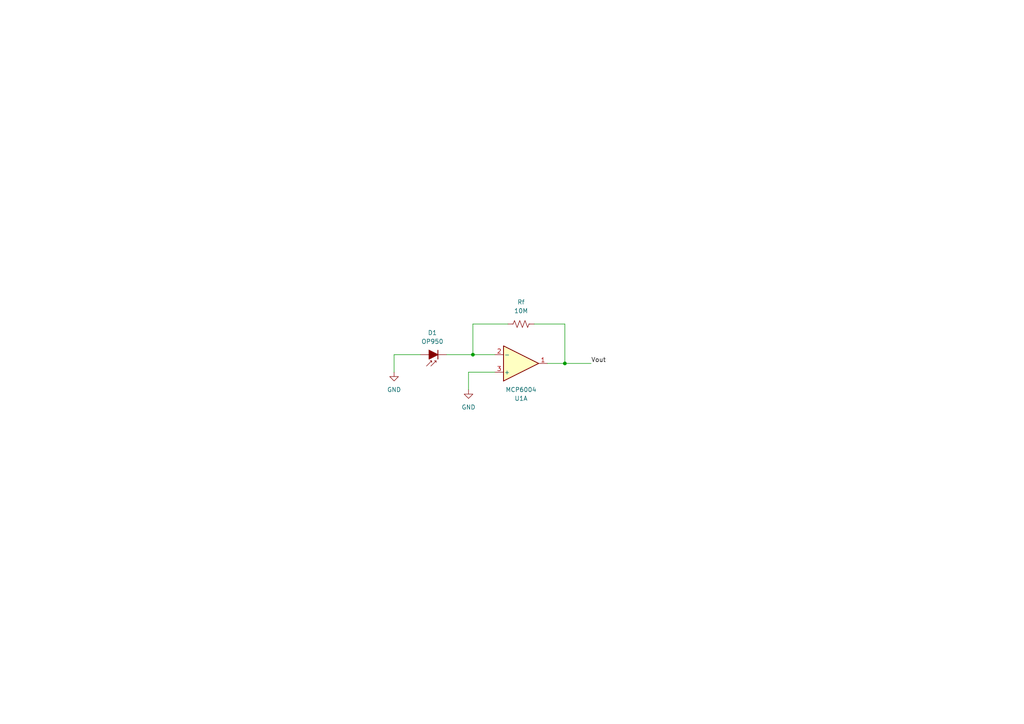
<source format=kicad_sch>
(kicad_sch (version 20230121) (generator eeschema)
  (paper "A4")
  (title_block (title "Trasimpedance Amplifier") (date "2024-02-06") (rev "1") (company "E80 Team 36"))
  (lib_symbols
    (symbol "Amplifier_Operational:MCP6004" (pin_names (offset 0.127))
      (property "Reference" "U" (at 0 5.08 0))
      (property "Value" "MCP6004" (at 0 -5.08 0))
      (symbol "MCP6004_1_1"
        (polyline (pts (xy -5.08 5.08) (xy 5.08 0) (xy -5.08 -5.08) (xy -5.08 5.08)) (stroke (width 0.254)) (fill (type background)))
        (pin output line (at 7.62 0 180) (length 2.54) (name "~") (number "1"))
        (pin input line (at -7.62 -2.54 0) (length 2.54) (name "-") (number "2"))
        (pin input line (at -7.62 2.54 0) (length 2.54) (name "+") (number "3"))
      )
      (symbol "MCP6004_2_1"
        (polyline (pts (xy -5.08 5.08) (xy 5.08 0) (xy -5.08 -5.08) (xy -5.08 5.08)) (stroke (width 0.254)) (fill (type background)))
        (pin input line (at -7.62 2.54 0) (length 2.54) (name "+") (number "5"))
        (pin input line (at -7.62 -2.54 0) (length 2.54) (name "-") (number "6"))
        (pin output line (at 7.62 0 180) (length 2.54) (name "~") (number "7"))
      )
      (symbol "MCP6004_3_1"
        (polyline (pts (xy -5.08 5.08) (xy 5.08 0) (xy -5.08 -5.08) (xy -5.08 5.08)) (stroke (width 0.254)) (fill (type background)))
        (pin input line (at -7.62 2.54 0) (length 2.54) (name "+") (number "10"))
        (pin output line (at 7.62 0 180) (length 2.54) (name "~") (number "8"))
        (pin input line (at -7.62 -2.54 0) (length 2.54) (name "-") (number "9"))
      )
      (symbol "MCP6004_4_1"
        (polyline (pts (xy -5.08 5.08) (xy 5.08 0) (xy -5.08 -5.08) (xy -5.08 5.08)) (stroke (width 0.254)) (fill (type background)))
        (pin input line (at -7.62 2.54 0) (length 2.54) (name "+") (number "12"))
        (pin input line (at -7.62 -2.54 0) (length 2.54) (name "-") (number "13"))
        (pin output line (at 7.62 0 180) (length 2.54) (name "~") (number "14"))
      )
      (symbol "MCP6004_5_1"
        (pin power_in line (at -2.54 -7.62 90) (length 3.81) (name "V-") (number "11"))
        (pin power_in line (at -2.54 7.62 270) (length 3.81) (name "V+") (number "4"))
      )
    )
    (symbol "Device:D_Photo_Filled" (pin_numbers hide) (pin_names hide)
      (property "Reference" "D" (at 0.508 1.778 0))
      (property "Value" "D_Photo_Filled" (at -1.016 -2.794 0))
      (symbol "D_Photo_Filled_0_1"
        (polyline (pts (xy -2.54 1.27) (xy -2.54 -1.27)) (stroke (width 0.254)))
        (polyline (pts (xy -2.032 1.778) (xy -1.524 1.778)))
        (polyline (pts (xy 0 0) (xy -2.54 0)))
        (polyline (pts (xy -0.508 3.302) (xy -2.032 1.778) (xy -2.032 2.286)))
        (polyline (pts (xy 0 -1.27) (xy 0 1.27) (xy -2.54 0) (xy 0 -1.27)) (stroke (width 0.254)) (fill (type outline)))
        (polyline (pts (xy 0.762 3.302) (xy -0.762 1.778) (xy -0.762 2.286) (xy -0.762 1.778) (xy -0.254 1.778)))
      )
      (symbol "D_Photo_Filled_1_1"
        (pin passive line (at -5.08 0 0) (length 2.54) (name "K") (number "1"))
        (pin passive line (at 2.54 0 180) (length 2.54) (name "A") (number "2"))
      )
    )
    (symbol "Device:R_US" (pin_numbers hide) (pin_names (offset 0))
      (property "Reference" "R" (at 2.54 0 90))
      (property "Value" "R_US" (at -2.54 0 90))
      (symbol "R_US_0_1"
        (polyline (pts (xy 0 -2.286) (xy 0 -2.54)))
        (polyline (pts (xy 0 2.286) (xy 0 2.54)))
        (polyline (pts (xy 0 -0.762) (xy 1.016 -1.143) (xy 0 -1.524) (xy -1.016 -1.905) (xy 0 -2.286)))
        (polyline (pts (xy 0 0.762) (xy 1.016 0.381) (xy 0 0) (xy -1.016 -0.381) (xy 0 -0.762)))
        (polyline (pts (xy 0 2.286) (xy 1.016 1.905) (xy 0 1.524) (xy -1.016 1.143) (xy 0 0.762)))
      )
      (symbol "R_US_1_1"
        (pin passive line (at 0 3.81 270) (length 1.27) (name "~") (number "1"))
        (pin passive line (at 0 -3.81 90) (length 1.27) (name "~") (number "2"))
      )
    )
    (symbol "power:GND" (power) (pin_names (offset 0))
      (property "Value" "GND" (at 0 -3.81 0))
      (symbol "GND_0_1"
        (polyline (pts (xy 0 0) (xy 0 -1.27) (xy 1.27 -1.27) (xy 0 -2.54) (xy -1.27 -1.27) (xy 0 -1.27)))
      )
      (symbol "GND_1_1"
        (pin power_in line (at 0 0 270) (length 0) hide (name "GND") (number "1"))
      )
    )
  )
  (junction (at 163.83 105.41))
  (junction (at 137.16 102.87))
  (wire (pts (xy 135.89 107.95) (xy 135.89 113.03)))
  (wire (pts (xy 158.75 105.41) (xy 163.83 105.41)))
  (wire (pts (xy 143.51 102.87) (xy 137.16 102.87)))
  (wire (pts (xy 163.83 105.41) (xy 171.45 105.41)))
  (wire (pts (xy 129.54 102.87) (xy 137.16 102.87)))
  (wire (pts (xy 114.3 102.87) (xy 114.3 107.95)))
  (wire (pts (xy 143.51 107.95) (xy 135.89 107.95)))
  (wire (pts (xy 121.92 102.87) (xy 114.3 102.87)))
  (wire (pts (xy 154.94 93.98) (xy 163.83 93.98)))
  (wire (pts (xy 137.16 93.98) (xy 137.16 102.87)))
  (wire (pts (xy 147.32 93.98) (xy 137.16 93.98)))
  (wire (pts (xy 163.83 93.98) (xy 163.83 105.41)))
  (label "Vout" (at 171.45 105.41 0))
  (symbol (lib_id "Device:D_Photo_Filled") (at 124.46 102.87 180) (unit 1)
    (property "Reference" "D1" (at 125.4125 96.52 0))
    (property "Value" "OP950" (at 125.4125 99.06 0))
  )
  (symbol (lib_id "Amplifier_Operational:MCP6004") (at 151.13 105.41 0) (mirror x) (unit 1)
    (property "Reference" "U1" (at 151.13 115.57 0))
    (property "Value" "MCP6004" (at 151.13 113.03 0))
    (property "Datasheet" "http://ww1.microchip.com/downloads/en/DeviceDoc/21733j.pdf" (effects hide))
  )
  (symbol (lib_id "power:GND") (at 135.89 113.03 0) (unit 1)
    (property "Reference" "#PWR02" (effects hide))
    (property "Value" "GND" (at 135.89 118.11 0))
  )
  (symbol (lib_id "Device:R_US") (at 151.13 93.98 270) (unit 1)
    (property "Reference" "Rf" (at 151.13 87.63 90))
    (property "Value" "10M" (at 151.13 90.17 90))
  )
  (symbol (lib_id "power:GND") (at 114.3 107.95 0) (unit 1)
    (property "Reference" "#PWR01" (effects hide))
    (property "Value" "GND" (at 114.3 113.03 0))
  )
)
</source>
